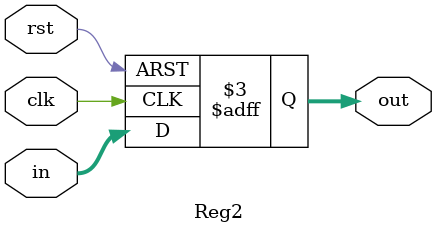
<source format=v>
module Reg2(clk, rst, in, out);
input clk, rst;
input [1:0] in;
output reg [1:0] out;

    always @(posedge clk , posedge rst) begin
        if(rst == 1'b1)
            out <= 2'b0;
        else
            out <= in;
    end

endmodule
</source>
